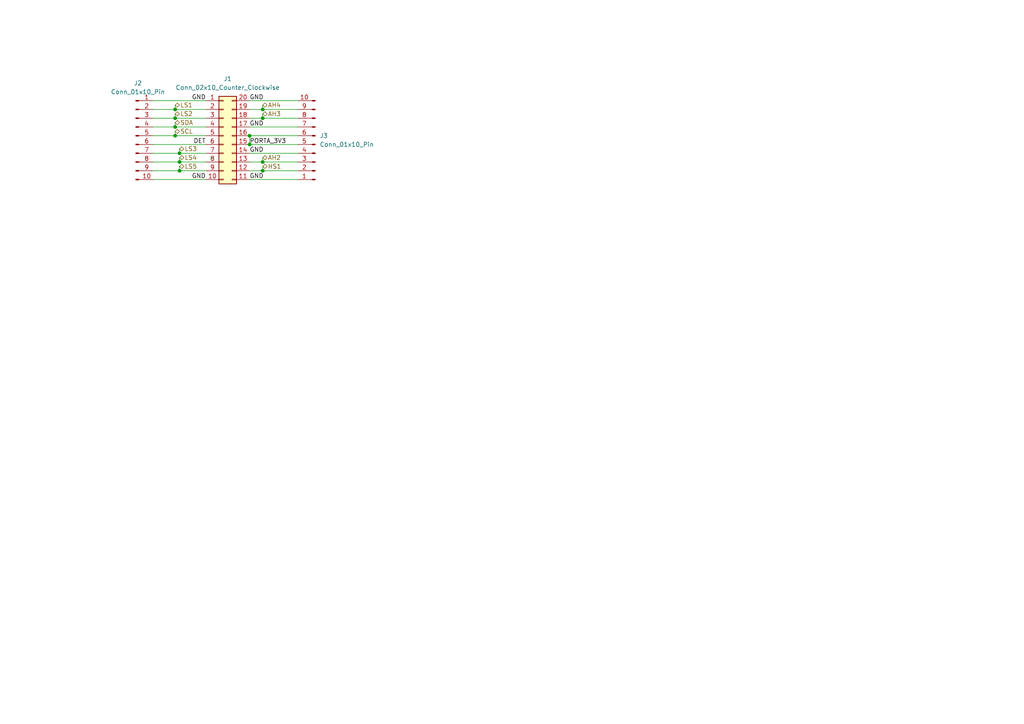
<source format=kicad_sch>
(kicad_sch (version 20230121) (generator eeschema)

  (uuid 6dcb0502-87e2-4c28-9ce8-81aab8925f06)

  (paper "A4")

  (lib_symbols
    (symbol "Connector:Conn_01x10_Pin" (pin_names (offset 1.016) hide) (in_bom yes) (on_board yes)
      (property "Reference" "J" (at 0 12.7 0)
        (effects (font (size 1.27 1.27)))
      )
      (property "Value" "Conn_01x10_Pin" (at 0 -15.24 0)
        (effects (font (size 1.27 1.27)))
      )
      (property "Footprint" "" (at 0 0 0)
        (effects (font (size 1.27 1.27)) hide)
      )
      (property "Datasheet" "~" (at 0 0 0)
        (effects (font (size 1.27 1.27)) hide)
      )
      (property "ki_locked" "" (at 0 0 0)
        (effects (font (size 1.27 1.27)))
      )
      (property "ki_keywords" "connector" (at 0 0 0)
        (effects (font (size 1.27 1.27)) hide)
      )
      (property "ki_description" "Generic connector, single row, 01x10, script generated" (at 0 0 0)
        (effects (font (size 1.27 1.27)) hide)
      )
      (property "ki_fp_filters" "Connector*:*_1x??_*" (at 0 0 0)
        (effects (font (size 1.27 1.27)) hide)
      )
      (symbol "Conn_01x10_Pin_1_1"
        (polyline
          (pts
            (xy 1.27 -12.7)
            (xy 0.8636 -12.7)
          )
          (stroke (width 0.1524) (type default))
          (fill (type none))
        )
        (polyline
          (pts
            (xy 1.27 -10.16)
            (xy 0.8636 -10.16)
          )
          (stroke (width 0.1524) (type default))
          (fill (type none))
        )
        (polyline
          (pts
            (xy 1.27 -7.62)
            (xy 0.8636 -7.62)
          )
          (stroke (width 0.1524) (type default))
          (fill (type none))
        )
        (polyline
          (pts
            (xy 1.27 -5.08)
            (xy 0.8636 -5.08)
          )
          (stroke (width 0.1524) (type default))
          (fill (type none))
        )
        (polyline
          (pts
            (xy 1.27 -2.54)
            (xy 0.8636 -2.54)
          )
          (stroke (width 0.1524) (type default))
          (fill (type none))
        )
        (polyline
          (pts
            (xy 1.27 0)
            (xy 0.8636 0)
          )
          (stroke (width 0.1524) (type default))
          (fill (type none))
        )
        (polyline
          (pts
            (xy 1.27 2.54)
            (xy 0.8636 2.54)
          )
          (stroke (width 0.1524) (type default))
          (fill (type none))
        )
        (polyline
          (pts
            (xy 1.27 5.08)
            (xy 0.8636 5.08)
          )
          (stroke (width 0.1524) (type default))
          (fill (type none))
        )
        (polyline
          (pts
            (xy 1.27 7.62)
            (xy 0.8636 7.62)
          )
          (stroke (width 0.1524) (type default))
          (fill (type none))
        )
        (polyline
          (pts
            (xy 1.27 10.16)
            (xy 0.8636 10.16)
          )
          (stroke (width 0.1524) (type default))
          (fill (type none))
        )
        (rectangle (start 0.8636 -12.573) (end 0 -12.827)
          (stroke (width 0.1524) (type default))
          (fill (type outline))
        )
        (rectangle (start 0.8636 -10.033) (end 0 -10.287)
          (stroke (width 0.1524) (type default))
          (fill (type outline))
        )
        (rectangle (start 0.8636 -7.493) (end 0 -7.747)
          (stroke (width 0.1524) (type default))
          (fill (type outline))
        )
        (rectangle (start 0.8636 -4.953) (end 0 -5.207)
          (stroke (width 0.1524) (type default))
          (fill (type outline))
        )
        (rectangle (start 0.8636 -2.413) (end 0 -2.667)
          (stroke (width 0.1524) (type default))
          (fill (type outline))
        )
        (rectangle (start 0.8636 0.127) (end 0 -0.127)
          (stroke (width 0.1524) (type default))
          (fill (type outline))
        )
        (rectangle (start 0.8636 2.667) (end 0 2.413)
          (stroke (width 0.1524) (type default))
          (fill (type outline))
        )
        (rectangle (start 0.8636 5.207) (end 0 4.953)
          (stroke (width 0.1524) (type default))
          (fill (type outline))
        )
        (rectangle (start 0.8636 7.747) (end 0 7.493)
          (stroke (width 0.1524) (type default))
          (fill (type outline))
        )
        (rectangle (start 0.8636 10.287) (end 0 10.033)
          (stroke (width 0.1524) (type default))
          (fill (type outline))
        )
        (pin passive line (at 5.08 10.16 180) (length 3.81)
          (name "Pin_1" (effects (font (size 1.27 1.27))))
          (number "1" (effects (font (size 1.27 1.27))))
        )
        (pin passive line (at 5.08 -12.7 180) (length 3.81)
          (name "Pin_10" (effects (font (size 1.27 1.27))))
          (number "10" (effects (font (size 1.27 1.27))))
        )
        (pin passive line (at 5.08 7.62 180) (length 3.81)
          (name "Pin_2" (effects (font (size 1.27 1.27))))
          (number "2" (effects (font (size 1.27 1.27))))
        )
        (pin passive line (at 5.08 5.08 180) (length 3.81)
          (name "Pin_3" (effects (font (size 1.27 1.27))))
          (number "3" (effects (font (size 1.27 1.27))))
        )
        (pin passive line (at 5.08 2.54 180) (length 3.81)
          (name "Pin_4" (effects (font (size 1.27 1.27))))
          (number "4" (effects (font (size 1.27 1.27))))
        )
        (pin passive line (at 5.08 0 180) (length 3.81)
          (name "Pin_5" (effects (font (size 1.27 1.27))))
          (number "5" (effects (font (size 1.27 1.27))))
        )
        (pin passive line (at 5.08 -2.54 180) (length 3.81)
          (name "Pin_6" (effects (font (size 1.27 1.27))))
          (number "6" (effects (font (size 1.27 1.27))))
        )
        (pin passive line (at 5.08 -5.08 180) (length 3.81)
          (name "Pin_7" (effects (font (size 1.27 1.27))))
          (number "7" (effects (font (size 1.27 1.27))))
        )
        (pin passive line (at 5.08 -7.62 180) (length 3.81)
          (name "Pin_8" (effects (font (size 1.27 1.27))))
          (number "8" (effects (font (size 1.27 1.27))))
        )
        (pin passive line (at 5.08 -10.16 180) (length 3.81)
          (name "Pin_9" (effects (font (size 1.27 1.27))))
          (number "9" (effects (font (size 1.27 1.27))))
        )
      )
    )
    (symbol "Connector_Generic:Conn_02x10_Counter_Clockwise" (pin_names (offset 1.016) hide) (in_bom yes) (on_board yes)
      (property "Reference" "J" (at 1.27 12.7 0)
        (effects (font (size 1.27 1.27)))
      )
      (property "Value" "Conn_02x10_Counter_Clockwise" (at 1.27 -15.24 0)
        (effects (font (size 1.27 1.27)))
      )
      (property "Footprint" "" (at 0 0 0)
        (effects (font (size 1.27 1.27)) hide)
      )
      (property "Datasheet" "~" (at 0 0 0)
        (effects (font (size 1.27 1.27)) hide)
      )
      (property "ki_keywords" "connector" (at 0 0 0)
        (effects (font (size 1.27 1.27)) hide)
      )
      (property "ki_description" "Generic connector, double row, 02x10, counter clockwise pin numbering scheme (similar to DIP package numbering), script generated (kicad-library-utils/schlib/autogen/connector/)" (at 0 0 0)
        (effects (font (size 1.27 1.27)) hide)
      )
      (property "ki_fp_filters" "Connector*:*_2x??_*" (at 0 0 0)
        (effects (font (size 1.27 1.27)) hide)
      )
      (symbol "Conn_02x10_Counter_Clockwise_1_1"
        (rectangle (start -1.27 -12.573) (end 0 -12.827)
          (stroke (width 0.1524) (type default))
          (fill (type none))
        )
        (rectangle (start -1.27 -10.033) (end 0 -10.287)
          (stroke (width 0.1524) (type default))
          (fill (type none))
        )
        (rectangle (start -1.27 -7.493) (end 0 -7.747)
          (stroke (width 0.1524) (type default))
          (fill (type none))
        )
        (rectangle (start -1.27 -4.953) (end 0 -5.207)
          (stroke (width 0.1524) (type default))
          (fill (type none))
        )
        (rectangle (start -1.27 -2.413) (end 0 -2.667)
          (stroke (width 0.1524) (type default))
          (fill (type none))
        )
        (rectangle (start -1.27 0.127) (end 0 -0.127)
          (stroke (width 0.1524) (type default))
          (fill (type none))
        )
        (rectangle (start -1.27 2.667) (end 0 2.413)
          (stroke (width 0.1524) (type default))
          (fill (type none))
        )
        (rectangle (start -1.27 5.207) (end 0 4.953)
          (stroke (width 0.1524) (type default))
          (fill (type none))
        )
        (rectangle (start -1.27 7.747) (end 0 7.493)
          (stroke (width 0.1524) (type default))
          (fill (type none))
        )
        (rectangle (start -1.27 10.287) (end 0 10.033)
          (stroke (width 0.1524) (type default))
          (fill (type none))
        )
        (rectangle (start -1.27 11.43) (end 3.81 -13.97)
          (stroke (width 0.254) (type default))
          (fill (type background))
        )
        (rectangle (start 3.81 -12.573) (end 2.54 -12.827)
          (stroke (width 0.1524) (type default))
          (fill (type none))
        )
        (rectangle (start 3.81 -10.033) (end 2.54 -10.287)
          (stroke (width 0.1524) (type default))
          (fill (type none))
        )
        (rectangle (start 3.81 -7.493) (end 2.54 -7.747)
          (stroke (width 0.1524) (type default))
          (fill (type none))
        )
        (rectangle (start 3.81 -4.953) (end 2.54 -5.207)
          (stroke (width 0.1524) (type default))
          (fill (type none))
        )
        (rectangle (start 3.81 -2.413) (end 2.54 -2.667)
          (stroke (width 0.1524) (type default))
          (fill (type none))
        )
        (rectangle (start 3.81 0.127) (end 2.54 -0.127)
          (stroke (width 0.1524) (type default))
          (fill (type none))
        )
        (rectangle (start 3.81 2.667) (end 2.54 2.413)
          (stroke (width 0.1524) (type default))
          (fill (type none))
        )
        (rectangle (start 3.81 5.207) (end 2.54 4.953)
          (stroke (width 0.1524) (type default))
          (fill (type none))
        )
        (rectangle (start 3.81 7.747) (end 2.54 7.493)
          (stroke (width 0.1524) (type default))
          (fill (type none))
        )
        (rectangle (start 3.81 10.287) (end 2.54 10.033)
          (stroke (width 0.1524) (type default))
          (fill (type none))
        )
        (pin passive line (at -5.08 10.16 0) (length 3.81)
          (name "Pin_1" (effects (font (size 1.27 1.27))))
          (number "1" (effects (font (size 1.27 1.27))))
        )
        (pin passive line (at -5.08 -12.7 0) (length 3.81)
          (name "Pin_10" (effects (font (size 1.27 1.27))))
          (number "10" (effects (font (size 1.27 1.27))))
        )
        (pin passive line (at 7.62 -12.7 180) (length 3.81)
          (name "Pin_11" (effects (font (size 1.27 1.27))))
          (number "11" (effects (font (size 1.27 1.27))))
        )
        (pin passive line (at 7.62 -10.16 180) (length 3.81)
          (name "Pin_12" (effects (font (size 1.27 1.27))))
          (number "12" (effects (font (size 1.27 1.27))))
        )
        (pin passive line (at 7.62 -7.62 180) (length 3.81)
          (name "Pin_13" (effects (font (size 1.27 1.27))))
          (number "13" (effects (font (size 1.27 1.27))))
        )
        (pin passive line (at 7.62 -5.08 180) (length 3.81)
          (name "Pin_14" (effects (font (size 1.27 1.27))))
          (number "14" (effects (font (size 1.27 1.27))))
        )
        (pin passive line (at 7.62 -2.54 180) (length 3.81)
          (name "Pin_15" (effects (font (size 1.27 1.27))))
          (number "15" (effects (font (size 1.27 1.27))))
        )
        (pin passive line (at 7.62 0 180) (length 3.81)
          (name "Pin_16" (effects (font (size 1.27 1.27))))
          (number "16" (effects (font (size 1.27 1.27))))
        )
        (pin passive line (at 7.62 2.54 180) (length 3.81)
          (name "Pin_17" (effects (font (size 1.27 1.27))))
          (number "17" (effects (font (size 1.27 1.27))))
        )
        (pin passive line (at 7.62 5.08 180) (length 3.81)
          (name "Pin_18" (effects (font (size 1.27 1.27))))
          (number "18" (effects (font (size 1.27 1.27))))
        )
        (pin passive line (at 7.62 7.62 180) (length 3.81)
          (name "Pin_19" (effects (font (size 1.27 1.27))))
          (number "19" (effects (font (size 1.27 1.27))))
        )
        (pin passive line (at -5.08 7.62 0) (length 3.81)
          (name "Pin_2" (effects (font (size 1.27 1.27))))
          (number "2" (effects (font (size 1.27 1.27))))
        )
        (pin passive line (at 7.62 10.16 180) (length 3.81)
          (name "Pin_20" (effects (font (size 1.27 1.27))))
          (number "20" (effects (font (size 1.27 1.27))))
        )
        (pin passive line (at -5.08 5.08 0) (length 3.81)
          (name "Pin_3" (effects (font (size 1.27 1.27))))
          (number "3" (effects (font (size 1.27 1.27))))
        )
        (pin passive line (at -5.08 2.54 0) (length 3.81)
          (name "Pin_4" (effects (font (size 1.27 1.27))))
          (number "4" (effects (font (size 1.27 1.27))))
        )
        (pin passive line (at -5.08 0 0) (length 3.81)
          (name "Pin_5" (effects (font (size 1.27 1.27))))
          (number "5" (effects (font (size 1.27 1.27))))
        )
        (pin passive line (at -5.08 -2.54 0) (length 3.81)
          (name "Pin_6" (effects (font (size 1.27 1.27))))
          (number "6" (effects (font (size 1.27 1.27))))
        )
        (pin passive line (at -5.08 -5.08 0) (length 3.81)
          (name "Pin_7" (effects (font (size 1.27 1.27))))
          (number "7" (effects (font (size 1.27 1.27))))
        )
        (pin passive line (at -5.08 -7.62 0) (length 3.81)
          (name "Pin_8" (effects (font (size 1.27 1.27))))
          (number "8" (effects (font (size 1.27 1.27))))
        )
        (pin passive line (at -5.08 -10.16 0) (length 3.81)
          (name "Pin_9" (effects (font (size 1.27 1.27))))
          (number "9" (effects (font (size 1.27 1.27))))
        )
      )
    )
  )

  (junction (at 50.8 34.29) (diameter 0) (color 0 0 0 0)
    (uuid 06b77af4-842a-49b2-af4a-827191aa4c0c)
  )
  (junction (at 72.39 41.91) (diameter 0) (color 0 0 0 0)
    (uuid 242b7ee9-2467-4f4d-91b5-40f4710656ed)
  )
  (junction (at 50.8 36.83) (diameter 0) (color 0 0 0 0)
    (uuid 25cadb05-3e1f-4842-8281-7747665b18a4)
  )
  (junction (at 72.39 39.37) (diameter 0) (color 0 0 0 0)
    (uuid 2ea253dc-090c-4281-9fc5-df52f156b517)
  )
  (junction (at 76.2 31.75) (diameter 0) (color 0 0 0 0)
    (uuid 4c137421-a422-40aa-92ce-a81f5f1cb45b)
  )
  (junction (at 76.2 46.99) (diameter 0) (color 0 0 0 0)
    (uuid 750594eb-52c8-4f05-ad96-7eafbe001b07)
  )
  (junction (at 50.8 39.37) (diameter 0) (color 0 0 0 0)
    (uuid a1fc48bc-9351-4ada-b3fb-7642b5a3629f)
  )
  (junction (at 76.2 34.29) (diameter 0) (color 0 0 0 0)
    (uuid a8ec38bc-69a2-4501-a1ca-f6dc1372a117)
  )
  (junction (at 50.8 31.75) (diameter 0) (color 0 0 0 0)
    (uuid b065a2d4-6985-4555-87ed-658767b8b29f)
  )
  (junction (at 52.07 44.45) (diameter 0) (color 0 0 0 0)
    (uuid b9df41e6-b77e-4d66-956d-5aeb599d0099)
  )
  (junction (at 52.07 49.53) (diameter 0) (color 0 0 0 0)
    (uuid bcee0f51-a12e-4a94-8fe2-63a16390fd68)
  )
  (junction (at 52.07 46.99) (diameter 0) (color 0 0 0 0)
    (uuid c97c96ae-af91-4896-92de-092d7e4ff244)
  )
  (junction (at 76.2 49.53) (diameter 0) (color 0 0 0 0)
    (uuid e8524add-d20c-4537-97d8-6b12c762fff4)
  )

  (wire (pts (xy 52.07 49.53) (xy 59.69 49.53))
    (stroke (width 0) (type default))
    (uuid 012b06ec-4821-4910-8e4c-22238b4fa9e6)
  )
  (wire (pts (xy 52.07 43.18) (xy 52.07 44.45))
    (stroke (width 0) (type default))
    (uuid 020727aa-1ea1-43e5-96dd-f6df180b3f69)
  )
  (wire (pts (xy 72.39 44.45) (xy 86.36 44.45))
    (stroke (width 0) (type default))
    (uuid 094d8097-ccfb-4815-8a5e-547a6c546d55)
  )
  (wire (pts (xy 44.45 34.29) (xy 50.8 34.29))
    (stroke (width 0) (type default))
    (uuid 0a0f19b0-6293-4779-ad89-b23f4a103dcf)
  )
  (wire (pts (xy 76.2 31.75) (xy 86.36 31.75))
    (stroke (width 0) (type default))
    (uuid 141c23e7-2082-40b4-bb6a-5c014bee2d92)
  )
  (wire (pts (xy 44.45 39.37) (xy 50.8 39.37))
    (stroke (width 0) (type default))
    (uuid 16bf880b-4317-45f9-bea3-12be482a9650)
  )
  (wire (pts (xy 52.07 48.26) (xy 52.07 49.53))
    (stroke (width 0) (type default))
    (uuid 1753cf9b-a4b9-4d0d-9fbf-f4194b0638ca)
  )
  (wire (pts (xy 72.39 52.07) (xy 86.36 52.07))
    (stroke (width 0) (type default))
    (uuid 23b3f0a4-d911-4422-8aa9-750adcb75932)
  )
  (wire (pts (xy 72.39 31.75) (xy 76.2 31.75))
    (stroke (width 0) (type default))
    (uuid 2cc93609-2702-46ce-837a-2bfac91f0e8e)
  )
  (wire (pts (xy 72.39 29.21) (xy 86.36 29.21))
    (stroke (width 0) (type default))
    (uuid 34774a87-e927-4781-b8d9-016e85d16610)
  )
  (wire (pts (xy 52.07 45.72) (xy 52.07 46.99))
    (stroke (width 0) (type default))
    (uuid 392dd0fe-7fc2-4b12-8360-87a61fae869e)
  )
  (wire (pts (xy 44.45 46.99) (xy 52.07 46.99))
    (stroke (width 0) (type default))
    (uuid 3c04abeb-778e-461c-a82c-99e500f2d5f4)
  )
  (wire (pts (xy 86.36 41.91) (xy 72.39 41.91))
    (stroke (width 0) (type default))
    (uuid 3d0791d7-5c5f-4812-af80-7d3bd124eb72)
  )
  (wire (pts (xy 76.2 48.26) (xy 76.2 49.53))
    (stroke (width 0) (type default))
    (uuid 4aeccb2a-6fb3-4886-be36-a841756440a6)
  )
  (wire (pts (xy 44.45 49.53) (xy 52.07 49.53))
    (stroke (width 0) (type default))
    (uuid 54b13359-eeac-46db-9123-76629719ca68)
  )
  (wire (pts (xy 44.45 36.83) (xy 50.8 36.83))
    (stroke (width 0) (type default))
    (uuid 55bd449c-81b0-41fe-b7fe-bc552f68651e)
  )
  (wire (pts (xy 76.2 34.29) (xy 86.36 34.29))
    (stroke (width 0) (type default))
    (uuid 56791b5f-31b1-49fa-aaf1-d14bd5c56b49)
  )
  (wire (pts (xy 44.45 29.21) (xy 59.69 29.21))
    (stroke (width 0) (type default))
    (uuid 5ce77691-df89-4ab8-b109-b017d4179c0d)
  )
  (wire (pts (xy 76.2 30.48) (xy 76.2 31.75))
    (stroke (width 0) (type default))
    (uuid 5f7daa54-4bbf-4c5e-8b28-f25356c98e3b)
  )
  (wire (pts (xy 44.45 31.75) (xy 50.8 31.75))
    (stroke (width 0) (type default))
    (uuid 6203e81c-bb2f-4004-833a-6b982229319b)
  )
  (wire (pts (xy 50.8 38.1) (xy 50.8 39.37))
    (stroke (width 0) (type default))
    (uuid 75fc742c-ad91-4256-a540-46d63b8d728a)
  )
  (wire (pts (xy 50.8 31.75) (xy 59.69 31.75))
    (stroke (width 0) (type default))
    (uuid 78e71c76-8e87-4349-b51d-c7a31670bbbd)
  )
  (wire (pts (xy 86.36 39.37) (xy 72.39 39.37))
    (stroke (width 0) (type default))
    (uuid 79059270-609f-472a-b800-548947e92167)
  )
  (wire (pts (xy 50.8 35.56) (xy 50.8 36.83))
    (stroke (width 0) (type default))
    (uuid 7d90da3d-32fd-4a0c-af83-01230315315e)
  )
  (wire (pts (xy 72.39 36.83) (xy 86.36 36.83))
    (stroke (width 0) (type default))
    (uuid 7f34f0f7-8170-4b0e-bab2-392a8b048f01)
  )
  (wire (pts (xy 76.2 46.99) (xy 86.36 46.99))
    (stroke (width 0) (type default))
    (uuid 80a0e84a-4980-4ab9-bc5b-8be5dddf8528)
  )
  (wire (pts (xy 44.45 52.07) (xy 59.69 52.07))
    (stroke (width 0) (type default))
    (uuid 85225cba-4656-4cdb-ad80-e6f87f12fb22)
  )
  (wire (pts (xy 72.39 34.29) (xy 76.2 34.29))
    (stroke (width 0) (type default))
    (uuid 85525148-8e0e-4ec2-b553-e00574dc14b0)
  )
  (wire (pts (xy 50.8 36.83) (xy 59.69 36.83))
    (stroke (width 0) (type default))
    (uuid 934c517d-c9d3-4d9f-b09b-06ac0af6b1a9)
  )
  (wire (pts (xy 44.45 41.91) (xy 59.69 41.91))
    (stroke (width 0) (type default))
    (uuid adb28a0a-6c9c-44a7-abe3-abde8f21854c)
  )
  (wire (pts (xy 52.07 46.99) (xy 59.69 46.99))
    (stroke (width 0) (type default))
    (uuid b1b12c40-6a0c-4e73-8a16-dd0fab72cf20)
  )
  (wire (pts (xy 50.8 33.02) (xy 50.8 34.29))
    (stroke (width 0) (type default))
    (uuid beec47a2-dc8a-4557-bb8b-e44df8101c0c)
  )
  (wire (pts (xy 76.2 33.02) (xy 76.2 34.29))
    (stroke (width 0) (type default))
    (uuid bf1161e0-fb18-46d0-86e8-8c9e4552fdbe)
  )
  (wire (pts (xy 76.2 46.99) (xy 72.39 46.99))
    (stroke (width 0) (type default))
    (uuid c0a90e1e-d80d-4133-8dda-09c97c8be187)
  )
  (wire (pts (xy 52.07 44.45) (xy 59.69 44.45))
    (stroke (width 0) (type default))
    (uuid c3de572c-abdd-4815-a1d6-47c08a724596)
  )
  (wire (pts (xy 50.8 39.37) (xy 59.69 39.37))
    (stroke (width 0) (type default))
    (uuid c5ff5377-8737-4eb4-9d03-8c058036d686)
  )
  (wire (pts (xy 50.8 30.48) (xy 50.8 31.75))
    (stroke (width 0) (type default))
    (uuid d85e3728-8525-4a53-bbb0-43f06c658541)
  )
  (wire (pts (xy 76.2 45.72) (xy 76.2 46.99))
    (stroke (width 0) (type default))
    (uuid d8b6e3f9-c8d3-418a-8f0e-382347c3359f)
  )
  (wire (pts (xy 50.8 34.29) (xy 59.69 34.29))
    (stroke (width 0) (type default))
    (uuid e6a27c60-1c05-4b38-be37-6cb8f0bbcd46)
  )
  (wire (pts (xy 72.39 49.53) (xy 76.2 49.53))
    (stroke (width 0) (type default))
    (uuid eb6c63a1-49d4-4aef-80d0-99fbc1c3b40d)
  )
  (wire (pts (xy 76.2 49.53) (xy 86.36 49.53))
    (stroke (width 0) (type default))
    (uuid ef4c8b56-9cf6-4571-ba98-1555c4f78031)
  )
  (wire (pts (xy 72.39 39.37) (xy 72.39 41.91))
    (stroke (width 0) (type default))
    (uuid f3fa7180-f848-4963-b4ce-b0f32360b375)
  )
  (wire (pts (xy 44.45 44.45) (xy 52.07 44.45))
    (stroke (width 0) (type default))
    (uuid f5bab617-4b57-4a3b-a553-585b877c8622)
  )

  (label "GND" (at 72.39 52.07 0) (fields_autoplaced)
    (effects (font (size 1.27 1.27)) (justify left bottom))
    (uuid 199df90e-38de-4373-8945-1d6e5c012ba7)
  )
  (label "PORTA_3V3" (at 72.39 41.91 0) (fields_autoplaced)
    (effects (font (size 1.27 1.27)) (justify left bottom))
    (uuid 20e83558-c093-47a0-aacf-e4e395202821)
  )
  (label "DET" (at 59.69 41.91 180) (fields_autoplaced)
    (effects (font (size 1.27 1.27)) (justify right bottom))
    (uuid 8ca3b0f4-2094-4640-a4ea-7c7e684cbe19)
  )
  (label "GND" (at 72.39 44.45 0) (fields_autoplaced)
    (effects (font (size 1.27 1.27)) (justify left bottom))
    (uuid 90010ab2-e2ed-4772-ac18-5cd40a6c0b65)
  )
  (label "GND" (at 59.69 52.07 180) (fields_autoplaced)
    (effects (font (size 1.27 1.27)) (justify right bottom))
    (uuid aa82bd7b-a205-4e2a-8183-8916ba23e172)
  )
  (label "GND" (at 72.39 29.21 0) (fields_autoplaced)
    (effects (font (size 1.27 1.27)) (justify left bottom))
    (uuid b33c8dc3-0589-4873-9593-d88d90ee26d3)
  )
  (label "GND" (at 72.39 36.83 0) (fields_autoplaced)
    (effects (font (size 1.27 1.27)) (justify left bottom))
    (uuid b96e554b-f033-4804-a3af-54f3f6663e5a)
  )
  (label "GND" (at 59.69 29.21 180) (fields_autoplaced)
    (effects (font (size 1.27 1.27)) (justify right bottom))
    (uuid fd78c106-07cf-4d02-96a7-df0bdebb62ea)
  )

  (hierarchical_label "AH4" (shape bidirectional) (at 76.2 30.48 0) (fields_autoplaced)
    (effects (font (size 1.27 1.27)) (justify left))
    (uuid 1747d23c-1c7f-498c-93db-4b1ddd12c514)
  )
  (hierarchical_label "LS1" (shape bidirectional) (at 50.8 30.48 0) (fields_autoplaced)
    (effects (font (size 1.27 1.27)) (justify left))
    (uuid 3934f81b-9b8c-4a5f-9edd-d4520b83e392)
  )
  (hierarchical_label "LS2" (shape bidirectional) (at 50.8 33.02 0) (fields_autoplaced)
    (effects (font (size 1.27 1.27)) (justify left))
    (uuid 49a4035c-f72c-4218-b257-2aa223c8c3fb)
  )
  (hierarchical_label "LS5" (shape bidirectional) (at 52.07 48.26 0) (fields_autoplaced)
    (effects (font (size 1.27 1.27)) (justify left))
    (uuid 60ea7d63-39e8-49cb-a348-92b76b07bc2e)
  )
  (hierarchical_label "LS3" (shape bidirectional) (at 52.07 43.18 0) (fields_autoplaced)
    (effects (font (size 1.27 1.27)) (justify left))
    (uuid 714a8430-ffae-43c2-bb5a-f5771ab88fa5)
  )
  (hierarchical_label "AH2" (shape bidirectional) (at 76.2 45.72 0) (fields_autoplaced)
    (effects (font (size 1.27 1.27)) (justify left))
    (uuid 7a8178db-0250-476c-8019-0e9d53795268)
  )
  (hierarchical_label "HS1" (shape bidirectional) (at 76.2 48.26 0) (fields_autoplaced)
    (effects (font (size 1.27 1.27)) (justify left))
    (uuid 80d2c962-47bc-48d6-8b83-2d3655bb8f4f)
  )
  (hierarchical_label "SDA" (shape bidirectional) (at 50.8 35.56 0) (fields_autoplaced)
    (effects (font (size 1.27 1.27)) (justify left))
    (uuid 99736e9e-091d-4e28-9f6c-adf09e2096b8)
  )
  (hierarchical_label "AH3" (shape bidirectional) (at 76.2 33.02 0) (fields_autoplaced)
    (effects (font (size 1.27 1.27)) (justify left))
    (uuid ac5f6935-26cc-45d8-a197-6fb10aacd0cd)
  )
  (hierarchical_label "SCL" (shape bidirectional) (at 50.8 38.1 0) (fields_autoplaced)
    (effects (font (size 1.27 1.27)) (justify left))
    (uuid c1698300-f011-41ab-a3df-8a356c43a0b7)
  )
  (hierarchical_label "LS4" (shape bidirectional) (at 52.07 45.72 0) (fields_autoplaced)
    (effects (font (size 1.27 1.27)) (justify left))
    (uuid f4454362-3fd2-43a4-9325-f6b69ad13921)
  )

  (symbol (lib_id "Connector:Conn_01x10_Pin") (at 91.44 41.91 180) (unit 1)
    (in_bom yes) (on_board yes) (dnp no) (fields_autoplaced)
    (uuid 010715c4-31a8-419a-8e65-b0968908c187)
    (property "Reference" "J3" (at 92.71 39.37 0)
      (effects (font (size 1.27 1.27)) (justify right))
    )
    (property "Value" "Conn_01x10_Pin" (at 92.71 41.91 0)
      (effects (font (size 1.27 1.27)) (justify right))
    )
    (property "Footprint" "Connector_PinSocket_2.54mm:PinSocket_1x10_P2.54mm_Vertical" (at 91.44 41.91 0)
      (effects (font (size 1.27 1.27)) hide)
    )
    (property "Datasheet" "~" (at 91.44 41.91 0)
      (effects (font (size 1.27 1.27)) hide)
    )
    (pin "10" (uuid bf7f6f06-0a36-470c-819d-235e79939a0a))
    (pin "2" (uuid 5274cab0-ea3f-4958-bc50-05839faf769b))
    (pin "4" (uuid 038b00d9-a4ac-4d15-899a-5f6c78541f7d))
    (pin "5" (uuid 8dbc6a46-5a9c-4cb6-a6a0-63d681cebffc))
    (pin "6" (uuid 155b3550-b8f6-4a19-bd53-a7093288c7d0))
    (pin "8" (uuid 8ec6c855-edc0-4338-adee-0ccb441879c6))
    (pin "3" (uuid afc72d27-6dee-4a30-b4ae-342b897514f1))
    (pin "1" (uuid f631cd5d-7187-48c4-8c40-2975ad425ff5))
    (pin "7" (uuid 21686c24-b392-445e-801f-64ed8134b9a5))
    (pin "9" (uuid 4c15dea4-d715-4eac-b373-a32b0678b0ee))
    (instances
      (project "hexpansion-breadboard-adapter"
        (path "/6dcb0502-87e2-4c28-9ce8-81aab8925f06"
          (reference "J3") (unit 1)
        )
      )
    )
  )

  (symbol (lib_id "Connector:Conn_01x10_Pin") (at 39.37 39.37 0) (unit 1)
    (in_bom yes) (on_board yes) (dnp no) (fields_autoplaced)
    (uuid dada30ac-9e2f-490f-ad8a-aad65a0dbf7a)
    (property "Reference" "J2" (at 40.005 24.13 0)
      (effects (font (size 1.27 1.27)))
    )
    (property "Value" "Conn_01x10_Pin" (at 40.005 26.67 0)
      (effects (font (size 1.27 1.27)))
    )
    (property "Footprint" "Connector_PinSocket_2.54mm:PinSocket_1x10_P2.54mm_Vertical" (at 39.37 39.37 0)
      (effects (font (size 1.27 1.27)) hide)
    )
    (property "Datasheet" "~" (at 39.37 39.37 0)
      (effects (font (size 1.27 1.27)) hide)
    )
    (pin "10" (uuid 6be5c41e-26da-4298-9493-9d5a824bc116))
    (pin "2" (uuid f71e22c8-50af-48f5-9847-43f9ef270884))
    (pin "4" (uuid 41f57275-5310-4ef4-b1d4-f95910bfb6de))
    (pin "5" (uuid 16d93a7c-3a70-4bf9-b8a0-3c592a6537cf))
    (pin "6" (uuid 3e3852cf-b26d-4631-8308-4579ecb02b58))
    (pin "8" (uuid 85b98f65-f784-4d8f-b599-aa04b44c3c26))
    (pin "3" (uuid 48c569a5-9f04-4a41-810e-6ff26220e353))
    (pin "1" (uuid cf79bf5d-ac8a-4610-91de-15a878e952df))
    (pin "7" (uuid 6b684f19-4694-4a8b-b535-7d94d27a01db))
    (pin "9" (uuid 702a78f6-c33e-4c22-81f2-4e96edfcffce))
    (instances
      (project "hexpansion-breadboard-adapter"
        (path "/6dcb0502-87e2-4c28-9ce8-81aab8925f06"
          (reference "J2") (unit 1)
        )
      )
    )
  )

  (symbol (lib_id "Connector_Generic:Conn_02x10_Counter_Clockwise") (at 64.77 39.37 0) (unit 1)
    (in_bom yes) (on_board yes) (dnp no) (fields_autoplaced)
    (uuid dda81030-1f6e-4d08-8b1b-7996a0ce5fa8)
    (property "Reference" "J1" (at 66.04 22.86 0)
      (effects (font (size 1.27 1.27)))
    )
    (property "Value" "Conn_02x10_Counter_Clockwise" (at 66.04 25.4 0)
      (effects (font (size 1.27 1.27)))
    )
    (property "Footprint" "tildagon:SFP" (at 64.77 39.37 0)
      (effects (font (size 1.27 1.27)) hide)
    )
    (property "Datasheet" "~" (at 64.77 39.37 0)
      (effects (font (size 1.27 1.27)) hide)
    )
    (pin "3" (uuid bafc175f-b43a-4611-9967-4804a94c9185))
    (pin "20" (uuid 5b222546-44b6-4e74-916d-7d2c49b78d5a))
    (pin "4" (uuid fdfbec28-82d7-42ab-b24a-3beed14f4b53))
    (pin "18" (uuid 2dba6380-3b78-4c2b-884a-7dcd23178b11))
    (pin "10" (uuid 2d8a5f7f-e337-4a44-af1e-8975d3ab9efe))
    (pin "19" (uuid 63cc3354-4a58-496d-b757-741453556de9))
    (pin "6" (uuid 806b2d78-0c30-4389-be4b-7092e4aa541c))
    (pin "11" (uuid 559d43fc-a990-409a-a6db-396d758ff7d9))
    (pin "9" (uuid e746178f-2162-45a0-b4eb-2bdac7df504c))
    (pin "17" (uuid 51e03dc2-eb02-4ebf-8278-e48f6ce5902b))
    (pin "7" (uuid 1432f402-c62e-473d-bc7d-44e3524bff51))
    (pin "16" (uuid 796098e6-6477-4a6d-a811-563178f4c1f3))
    (pin "12" (uuid adc8e485-4422-4dbd-aa73-69c7e87c6329))
    (pin "14" (uuid d8d59758-83cb-4af4-9070-6fb9ad64510a))
    (pin "13" (uuid 7474f76e-b7fa-4de7-a129-551dd20f684f))
    (pin "1" (uuid f10bed77-595d-4e3d-b2e3-f788c759c3ef))
    (pin "5" (uuid fefe52e8-9378-47ce-abc7-d79585e853fe))
    (pin "15" (uuid 5ead3165-06a5-4aca-856e-b98a8069a321))
    (pin "2" (uuid 560bcad7-712f-476e-8db9-19ce8120fc2b))
    (pin "8" (uuid 93e9b788-99bc-401b-9a14-0beaa2c6e9f4))
    (instances
      (project "hexpansion-breadboard-adapter"
        (path "/6dcb0502-87e2-4c28-9ce8-81aab8925f06"
          (reference "J1") (unit 1)
        )
      )
    )
  )

  (sheet_instances
    (path "/" (page "1"))
  )
)

</source>
